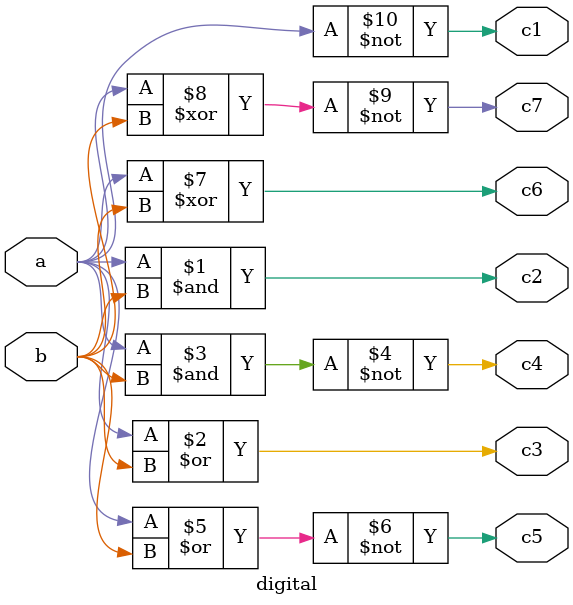
<source format=v>
module digital(a,b,c1,c2,c3,c4,c5,c6,c7); 
input a,b; 
output c1,c2,c3,c4,c5,c6,c7; 
not g1(c1,a); 
and g2(c2,a,b); 
or g3(c3,a,b); 
nand g4(c4,a,b); 
nor g5(c5,a,b); 
xor g6(c6,a,b); 
xnor g7(c7,a,b); 
endmodule
</source>
